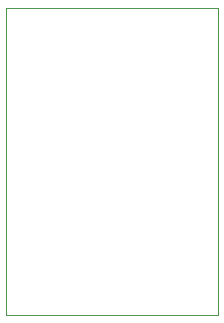
<source format=gbr>
%TF.GenerationSoftware,KiCad,Pcbnew,(5.1.9-0-10_14)*%
%TF.CreationDate,2022-01-13T23:21:40+01:00*%
%TF.ProjectId,tinypico_shield,74696e79-7069-4636-9f5f-736869656c64,rev?*%
%TF.SameCoordinates,Original*%
%TF.FileFunction,Profile,NP*%
%FSLAX46Y46*%
G04 Gerber Fmt 4.6, Leading zero omitted, Abs format (unit mm)*
G04 Created by KiCad (PCBNEW (5.1.9-0-10_14)) date 2022-01-13 23:21:40*
%MOMM*%
%LPD*%
G01*
G04 APERTURE LIST*
%TA.AperFunction,Profile*%
%ADD10C,0.050000*%
%TD*%
G04 APERTURE END LIST*
D10*
X0Y-32000000D02*
X0Y-6000000D01*
X18000000Y-32000000D02*
X0Y-32000000D01*
X18000000Y-6000000D02*
X18000000Y-32000000D01*
X0Y-6000000D02*
X18000000Y-6000000D01*
M02*

</source>
